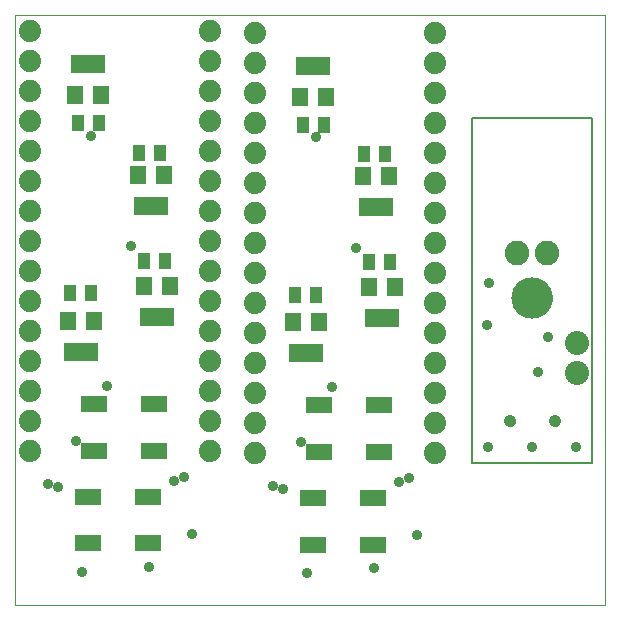
<source format=gbs>
G75*
%MOIN*%
%OFA0B0*%
%FSLAX25Y25*%
%IPPOS*%
%LPD*%
%AMOC8*
5,1,8,0,0,1.08239X$1,22.5*
%
%ADD10C,0.00004*%
%ADD11C,0.00800*%
%ADD12R,0.11824X0.06312*%
%ADD13R,0.05524X0.06312*%
%ADD14R,0.09068X0.05800*%
%ADD15C,0.07400*%
%ADD16R,0.03950X0.05524*%
%ADD17C,0.00000*%
%ADD18C,0.13800*%
%ADD19C,0.08200*%
%ADD20C,0.04146*%
%ADD21C,0.08000*%
%ADD22C,0.03556*%
%ADD23C,0.03587*%
D10*
X0001500Y0052494D02*
X0001500Y0249344D01*
X0198350Y0249344D01*
X0198350Y0052494D01*
X0001500Y0052494D01*
D11*
X0154000Y0099994D02*
X0194000Y0099994D01*
X0194000Y0214994D01*
X0154000Y0214994D01*
X0154000Y0099994D01*
D12*
X0124000Y0148187D03*
X0098500Y0136502D03*
X0122000Y0185187D03*
X0101000Y0232301D03*
X0047000Y0185687D03*
X0049000Y0148687D03*
X0023500Y0137002D03*
X0026000Y0232801D03*
D13*
X0021669Y0222565D03*
X0030331Y0222565D03*
X0042669Y0195923D03*
X0051331Y0195923D03*
X0053331Y0158923D03*
X0044669Y0158923D03*
X0027831Y0147238D03*
X0019169Y0147238D03*
X0094169Y0146738D03*
X0102831Y0146738D03*
X0119669Y0158423D03*
X0128331Y0158423D03*
X0126331Y0195423D03*
X0117669Y0195423D03*
X0105331Y0222065D03*
X0096669Y0222065D03*
D14*
X0103000Y0119100D03*
X0103000Y0103510D03*
X0101000Y0088163D03*
X0101000Y0072573D03*
X0121000Y0072573D03*
X0121000Y0088163D03*
X0123000Y0103510D03*
X0123000Y0119100D03*
X0048000Y0119600D03*
X0048000Y0104010D03*
X0046000Y0088663D03*
X0046000Y0073073D03*
X0026000Y0073073D03*
X0026000Y0088663D03*
X0028000Y0104010D03*
X0028000Y0119600D03*
D15*
X0006500Y0123805D03*
X0006500Y0113805D03*
X0006500Y0103805D03*
X0006500Y0133805D03*
X0006500Y0143805D03*
X0006500Y0153805D03*
X0006500Y0163805D03*
X0006500Y0173805D03*
X0006500Y0183805D03*
X0006500Y0193805D03*
X0006500Y0203805D03*
X0006500Y0213805D03*
X0006500Y0223805D03*
X0006500Y0233805D03*
X0006500Y0243805D03*
X0066500Y0243805D03*
X0066500Y0233805D03*
X0066500Y0223805D03*
X0066500Y0213805D03*
X0066500Y0203805D03*
X0066500Y0193805D03*
X0066500Y0183805D03*
X0066500Y0173805D03*
X0066500Y0163805D03*
X0066500Y0153805D03*
X0066500Y0143805D03*
X0066500Y0133805D03*
X0066500Y0123805D03*
X0066500Y0113805D03*
X0066500Y0103805D03*
X0081500Y0103305D03*
X0081500Y0113305D03*
X0081500Y0123305D03*
X0081500Y0133305D03*
X0081500Y0143305D03*
X0081500Y0153305D03*
X0081500Y0163305D03*
X0081500Y0173305D03*
X0081500Y0183305D03*
X0081500Y0193305D03*
X0081500Y0203305D03*
X0081500Y0213305D03*
X0081500Y0223305D03*
X0081500Y0233305D03*
X0081500Y0243305D03*
X0141500Y0243305D03*
X0141500Y0233305D03*
X0141500Y0223305D03*
X0141500Y0213305D03*
X0141500Y0203305D03*
X0141500Y0193305D03*
X0141500Y0183305D03*
X0141500Y0173305D03*
X0141500Y0163305D03*
X0141500Y0153305D03*
X0141500Y0143305D03*
X0141500Y0133305D03*
X0141500Y0123305D03*
X0141500Y0113305D03*
X0141500Y0103305D03*
D16*
X0102043Y0155931D03*
X0094957Y0155931D03*
X0119457Y0166805D03*
X0126543Y0166805D03*
X0125043Y0202805D03*
X0117957Y0202805D03*
X0104543Y0212683D03*
X0097457Y0212683D03*
X0050043Y0203305D03*
X0042957Y0203305D03*
X0029543Y0213183D03*
X0022457Y0213183D03*
X0044457Y0167305D03*
X0051543Y0167305D03*
X0027043Y0156431D03*
X0019957Y0156431D03*
D17*
X0164847Y0113936D02*
X0164849Y0114017D01*
X0164855Y0114099D01*
X0164865Y0114180D01*
X0164879Y0114260D01*
X0164896Y0114339D01*
X0164918Y0114418D01*
X0164943Y0114495D01*
X0164972Y0114572D01*
X0165005Y0114646D01*
X0165042Y0114719D01*
X0165081Y0114790D01*
X0165125Y0114859D01*
X0165171Y0114926D01*
X0165221Y0114990D01*
X0165274Y0115052D01*
X0165330Y0115112D01*
X0165388Y0115168D01*
X0165450Y0115222D01*
X0165514Y0115273D01*
X0165580Y0115320D01*
X0165648Y0115364D01*
X0165719Y0115405D01*
X0165791Y0115442D01*
X0165866Y0115476D01*
X0165941Y0115506D01*
X0166019Y0115532D01*
X0166097Y0115555D01*
X0166176Y0115573D01*
X0166256Y0115588D01*
X0166337Y0115599D01*
X0166418Y0115606D01*
X0166500Y0115609D01*
X0166581Y0115608D01*
X0166662Y0115603D01*
X0166743Y0115594D01*
X0166824Y0115581D01*
X0166904Y0115564D01*
X0166982Y0115544D01*
X0167060Y0115519D01*
X0167137Y0115491D01*
X0167212Y0115459D01*
X0167285Y0115424D01*
X0167356Y0115385D01*
X0167426Y0115342D01*
X0167493Y0115297D01*
X0167559Y0115248D01*
X0167621Y0115196D01*
X0167681Y0115140D01*
X0167738Y0115082D01*
X0167793Y0115022D01*
X0167844Y0114958D01*
X0167892Y0114893D01*
X0167937Y0114825D01*
X0167979Y0114755D01*
X0168017Y0114683D01*
X0168052Y0114609D01*
X0168083Y0114534D01*
X0168110Y0114457D01*
X0168133Y0114379D01*
X0168153Y0114300D01*
X0168169Y0114220D01*
X0168181Y0114139D01*
X0168189Y0114058D01*
X0168193Y0113977D01*
X0168193Y0113895D01*
X0168189Y0113814D01*
X0168181Y0113733D01*
X0168169Y0113652D01*
X0168153Y0113572D01*
X0168133Y0113493D01*
X0168110Y0113415D01*
X0168083Y0113338D01*
X0168052Y0113263D01*
X0168017Y0113189D01*
X0167979Y0113117D01*
X0167937Y0113047D01*
X0167892Y0112979D01*
X0167844Y0112914D01*
X0167793Y0112850D01*
X0167738Y0112790D01*
X0167681Y0112732D01*
X0167621Y0112676D01*
X0167559Y0112624D01*
X0167493Y0112575D01*
X0167426Y0112530D01*
X0167357Y0112487D01*
X0167285Y0112448D01*
X0167212Y0112413D01*
X0167137Y0112381D01*
X0167060Y0112353D01*
X0166982Y0112328D01*
X0166904Y0112308D01*
X0166824Y0112291D01*
X0166743Y0112278D01*
X0166662Y0112269D01*
X0166581Y0112264D01*
X0166500Y0112263D01*
X0166418Y0112266D01*
X0166337Y0112273D01*
X0166256Y0112284D01*
X0166176Y0112299D01*
X0166097Y0112317D01*
X0166019Y0112340D01*
X0165941Y0112366D01*
X0165866Y0112396D01*
X0165791Y0112430D01*
X0165719Y0112467D01*
X0165648Y0112508D01*
X0165580Y0112552D01*
X0165514Y0112599D01*
X0165450Y0112650D01*
X0165388Y0112704D01*
X0165330Y0112760D01*
X0165274Y0112820D01*
X0165221Y0112882D01*
X0165171Y0112946D01*
X0165125Y0113013D01*
X0165081Y0113082D01*
X0165042Y0113153D01*
X0165005Y0113226D01*
X0164972Y0113300D01*
X0164943Y0113377D01*
X0164918Y0113454D01*
X0164896Y0113533D01*
X0164879Y0113612D01*
X0164865Y0113692D01*
X0164855Y0113773D01*
X0164849Y0113855D01*
X0164847Y0113936D01*
X0179807Y0113936D02*
X0179809Y0114017D01*
X0179815Y0114099D01*
X0179825Y0114180D01*
X0179839Y0114260D01*
X0179856Y0114339D01*
X0179878Y0114418D01*
X0179903Y0114495D01*
X0179932Y0114572D01*
X0179965Y0114646D01*
X0180002Y0114719D01*
X0180041Y0114790D01*
X0180085Y0114859D01*
X0180131Y0114926D01*
X0180181Y0114990D01*
X0180234Y0115052D01*
X0180290Y0115112D01*
X0180348Y0115168D01*
X0180410Y0115222D01*
X0180474Y0115273D01*
X0180540Y0115320D01*
X0180608Y0115364D01*
X0180679Y0115405D01*
X0180751Y0115442D01*
X0180826Y0115476D01*
X0180901Y0115506D01*
X0180979Y0115532D01*
X0181057Y0115555D01*
X0181136Y0115573D01*
X0181216Y0115588D01*
X0181297Y0115599D01*
X0181378Y0115606D01*
X0181460Y0115609D01*
X0181541Y0115608D01*
X0181622Y0115603D01*
X0181703Y0115594D01*
X0181784Y0115581D01*
X0181864Y0115564D01*
X0181942Y0115544D01*
X0182020Y0115519D01*
X0182097Y0115491D01*
X0182172Y0115459D01*
X0182245Y0115424D01*
X0182316Y0115385D01*
X0182386Y0115342D01*
X0182453Y0115297D01*
X0182519Y0115248D01*
X0182581Y0115196D01*
X0182641Y0115140D01*
X0182698Y0115082D01*
X0182753Y0115022D01*
X0182804Y0114958D01*
X0182852Y0114893D01*
X0182897Y0114825D01*
X0182939Y0114755D01*
X0182977Y0114683D01*
X0183012Y0114609D01*
X0183043Y0114534D01*
X0183070Y0114457D01*
X0183093Y0114379D01*
X0183113Y0114300D01*
X0183129Y0114220D01*
X0183141Y0114139D01*
X0183149Y0114058D01*
X0183153Y0113977D01*
X0183153Y0113895D01*
X0183149Y0113814D01*
X0183141Y0113733D01*
X0183129Y0113652D01*
X0183113Y0113572D01*
X0183093Y0113493D01*
X0183070Y0113415D01*
X0183043Y0113338D01*
X0183012Y0113263D01*
X0182977Y0113189D01*
X0182939Y0113117D01*
X0182897Y0113047D01*
X0182852Y0112979D01*
X0182804Y0112914D01*
X0182753Y0112850D01*
X0182698Y0112790D01*
X0182641Y0112732D01*
X0182581Y0112676D01*
X0182519Y0112624D01*
X0182453Y0112575D01*
X0182386Y0112530D01*
X0182317Y0112487D01*
X0182245Y0112448D01*
X0182172Y0112413D01*
X0182097Y0112381D01*
X0182020Y0112353D01*
X0181942Y0112328D01*
X0181864Y0112308D01*
X0181784Y0112291D01*
X0181703Y0112278D01*
X0181622Y0112269D01*
X0181541Y0112264D01*
X0181460Y0112263D01*
X0181378Y0112266D01*
X0181297Y0112273D01*
X0181216Y0112284D01*
X0181136Y0112299D01*
X0181057Y0112317D01*
X0180979Y0112340D01*
X0180901Y0112366D01*
X0180826Y0112396D01*
X0180751Y0112430D01*
X0180679Y0112467D01*
X0180608Y0112508D01*
X0180540Y0112552D01*
X0180474Y0112599D01*
X0180410Y0112650D01*
X0180348Y0112704D01*
X0180290Y0112760D01*
X0180234Y0112820D01*
X0180181Y0112882D01*
X0180131Y0112946D01*
X0180085Y0113013D01*
X0180041Y0113082D01*
X0180002Y0113153D01*
X0179965Y0113226D01*
X0179932Y0113300D01*
X0179903Y0113377D01*
X0179878Y0113454D01*
X0179856Y0113533D01*
X0179839Y0113612D01*
X0179825Y0113692D01*
X0179815Y0113773D01*
X0179809Y0113855D01*
X0179807Y0113936D01*
X0167500Y0154994D02*
X0167502Y0155155D01*
X0167508Y0155315D01*
X0167518Y0155476D01*
X0167532Y0155636D01*
X0167550Y0155796D01*
X0167571Y0155955D01*
X0167597Y0156114D01*
X0167627Y0156272D01*
X0167660Y0156429D01*
X0167698Y0156586D01*
X0167739Y0156741D01*
X0167784Y0156895D01*
X0167833Y0157048D01*
X0167886Y0157200D01*
X0167942Y0157351D01*
X0168003Y0157500D01*
X0168066Y0157648D01*
X0168134Y0157794D01*
X0168205Y0157938D01*
X0168279Y0158080D01*
X0168357Y0158221D01*
X0168439Y0158359D01*
X0168524Y0158496D01*
X0168612Y0158630D01*
X0168704Y0158762D01*
X0168799Y0158892D01*
X0168897Y0159020D01*
X0168998Y0159145D01*
X0169102Y0159267D01*
X0169209Y0159387D01*
X0169319Y0159504D01*
X0169432Y0159619D01*
X0169548Y0159730D01*
X0169667Y0159839D01*
X0169788Y0159944D01*
X0169912Y0160047D01*
X0170038Y0160147D01*
X0170166Y0160243D01*
X0170297Y0160336D01*
X0170431Y0160426D01*
X0170566Y0160513D01*
X0170704Y0160596D01*
X0170843Y0160676D01*
X0170985Y0160752D01*
X0171128Y0160825D01*
X0171273Y0160894D01*
X0171420Y0160960D01*
X0171568Y0161022D01*
X0171718Y0161080D01*
X0171869Y0161135D01*
X0172022Y0161186D01*
X0172176Y0161233D01*
X0172331Y0161276D01*
X0172487Y0161315D01*
X0172643Y0161351D01*
X0172801Y0161382D01*
X0172959Y0161410D01*
X0173118Y0161434D01*
X0173278Y0161454D01*
X0173438Y0161470D01*
X0173598Y0161482D01*
X0173759Y0161490D01*
X0173920Y0161494D01*
X0174080Y0161494D01*
X0174241Y0161490D01*
X0174402Y0161482D01*
X0174562Y0161470D01*
X0174722Y0161454D01*
X0174882Y0161434D01*
X0175041Y0161410D01*
X0175199Y0161382D01*
X0175357Y0161351D01*
X0175513Y0161315D01*
X0175669Y0161276D01*
X0175824Y0161233D01*
X0175978Y0161186D01*
X0176131Y0161135D01*
X0176282Y0161080D01*
X0176432Y0161022D01*
X0176580Y0160960D01*
X0176727Y0160894D01*
X0176872Y0160825D01*
X0177015Y0160752D01*
X0177157Y0160676D01*
X0177296Y0160596D01*
X0177434Y0160513D01*
X0177569Y0160426D01*
X0177703Y0160336D01*
X0177834Y0160243D01*
X0177962Y0160147D01*
X0178088Y0160047D01*
X0178212Y0159944D01*
X0178333Y0159839D01*
X0178452Y0159730D01*
X0178568Y0159619D01*
X0178681Y0159504D01*
X0178791Y0159387D01*
X0178898Y0159267D01*
X0179002Y0159145D01*
X0179103Y0159020D01*
X0179201Y0158892D01*
X0179296Y0158762D01*
X0179388Y0158630D01*
X0179476Y0158496D01*
X0179561Y0158359D01*
X0179643Y0158221D01*
X0179721Y0158080D01*
X0179795Y0157938D01*
X0179866Y0157794D01*
X0179934Y0157648D01*
X0179997Y0157500D01*
X0180058Y0157351D01*
X0180114Y0157200D01*
X0180167Y0157048D01*
X0180216Y0156895D01*
X0180261Y0156741D01*
X0180302Y0156586D01*
X0180340Y0156429D01*
X0180373Y0156272D01*
X0180403Y0156114D01*
X0180429Y0155955D01*
X0180450Y0155796D01*
X0180468Y0155636D01*
X0180482Y0155476D01*
X0180492Y0155315D01*
X0180498Y0155155D01*
X0180500Y0154994D01*
X0180498Y0154833D01*
X0180492Y0154673D01*
X0180482Y0154512D01*
X0180468Y0154352D01*
X0180450Y0154192D01*
X0180429Y0154033D01*
X0180403Y0153874D01*
X0180373Y0153716D01*
X0180340Y0153559D01*
X0180302Y0153402D01*
X0180261Y0153247D01*
X0180216Y0153093D01*
X0180167Y0152940D01*
X0180114Y0152788D01*
X0180058Y0152637D01*
X0179997Y0152488D01*
X0179934Y0152340D01*
X0179866Y0152194D01*
X0179795Y0152050D01*
X0179721Y0151908D01*
X0179643Y0151767D01*
X0179561Y0151629D01*
X0179476Y0151492D01*
X0179388Y0151358D01*
X0179296Y0151226D01*
X0179201Y0151096D01*
X0179103Y0150968D01*
X0179002Y0150843D01*
X0178898Y0150721D01*
X0178791Y0150601D01*
X0178681Y0150484D01*
X0178568Y0150369D01*
X0178452Y0150258D01*
X0178333Y0150149D01*
X0178212Y0150044D01*
X0178088Y0149941D01*
X0177962Y0149841D01*
X0177834Y0149745D01*
X0177703Y0149652D01*
X0177569Y0149562D01*
X0177434Y0149475D01*
X0177296Y0149392D01*
X0177157Y0149312D01*
X0177015Y0149236D01*
X0176872Y0149163D01*
X0176727Y0149094D01*
X0176580Y0149028D01*
X0176432Y0148966D01*
X0176282Y0148908D01*
X0176131Y0148853D01*
X0175978Y0148802D01*
X0175824Y0148755D01*
X0175669Y0148712D01*
X0175513Y0148673D01*
X0175357Y0148637D01*
X0175199Y0148606D01*
X0175041Y0148578D01*
X0174882Y0148554D01*
X0174722Y0148534D01*
X0174562Y0148518D01*
X0174402Y0148506D01*
X0174241Y0148498D01*
X0174080Y0148494D01*
X0173920Y0148494D01*
X0173759Y0148498D01*
X0173598Y0148506D01*
X0173438Y0148518D01*
X0173278Y0148534D01*
X0173118Y0148554D01*
X0172959Y0148578D01*
X0172801Y0148606D01*
X0172643Y0148637D01*
X0172487Y0148673D01*
X0172331Y0148712D01*
X0172176Y0148755D01*
X0172022Y0148802D01*
X0171869Y0148853D01*
X0171718Y0148908D01*
X0171568Y0148966D01*
X0171420Y0149028D01*
X0171273Y0149094D01*
X0171128Y0149163D01*
X0170985Y0149236D01*
X0170843Y0149312D01*
X0170704Y0149392D01*
X0170566Y0149475D01*
X0170431Y0149562D01*
X0170297Y0149652D01*
X0170166Y0149745D01*
X0170038Y0149841D01*
X0169912Y0149941D01*
X0169788Y0150044D01*
X0169667Y0150149D01*
X0169548Y0150258D01*
X0169432Y0150369D01*
X0169319Y0150484D01*
X0169209Y0150601D01*
X0169102Y0150721D01*
X0168998Y0150843D01*
X0168897Y0150968D01*
X0168799Y0151096D01*
X0168704Y0151226D01*
X0168612Y0151358D01*
X0168524Y0151492D01*
X0168439Y0151629D01*
X0168357Y0151767D01*
X0168279Y0151908D01*
X0168205Y0152050D01*
X0168134Y0152194D01*
X0168066Y0152340D01*
X0168003Y0152488D01*
X0167942Y0152637D01*
X0167886Y0152788D01*
X0167833Y0152940D01*
X0167784Y0153093D01*
X0167739Y0153247D01*
X0167698Y0153402D01*
X0167660Y0153559D01*
X0167627Y0153716D01*
X0167597Y0153874D01*
X0167571Y0154033D01*
X0167550Y0154192D01*
X0167532Y0154352D01*
X0167518Y0154512D01*
X0167508Y0154673D01*
X0167502Y0154833D01*
X0167500Y0154994D01*
D18*
X0174000Y0154994D03*
D19*
X0169000Y0169994D03*
X0179000Y0169994D03*
D20*
X0181480Y0113936D03*
X0166520Y0113936D03*
D21*
X0189000Y0129994D03*
X0189000Y0139994D03*
D22*
X0135427Y0075767D03*
X0121083Y0064853D03*
X0098991Y0063219D03*
X0090899Y0091268D03*
X0087544Y0092263D03*
X0096920Y0106744D03*
X0107340Y0125109D03*
X0129715Y0093468D03*
X0133000Y0094741D03*
X0115087Y0171676D03*
X0101866Y0208499D03*
X0040087Y0172176D03*
X0026866Y0208999D03*
X0032340Y0125609D03*
X0021920Y0107244D03*
X0012544Y0092763D03*
X0015899Y0091768D03*
X0023991Y0063719D03*
X0046083Y0065353D03*
X0060427Y0076267D03*
X0054715Y0093968D03*
X0058000Y0095241D03*
D23*
X0159340Y0105164D03*
X0173930Y0105204D03*
X0188600Y0105104D03*
X0175880Y0130324D03*
X0179390Y0141784D03*
X0158950Y0145774D03*
X0159610Y0159784D03*
M02*

</source>
